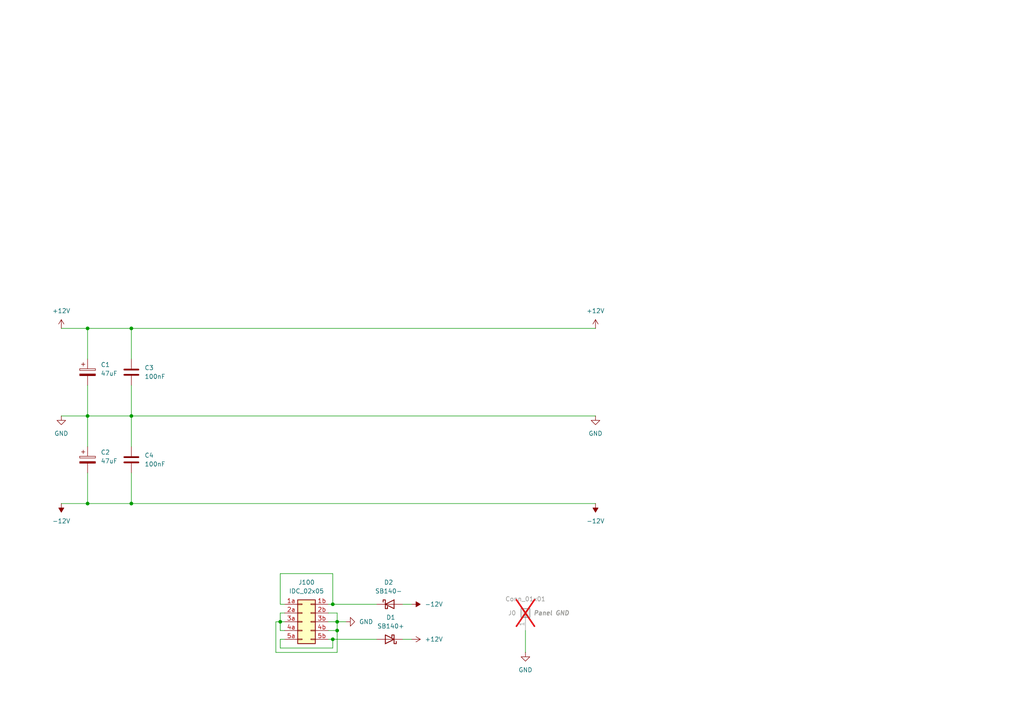
<source format=kicad_sch>
(kicad_sch (version 20250114) (generator "eeschema") (generator_version "9.0")
  (paper "A4")
  (title_block (title "Power Distribution") (company "DMH Instruments") (comment 1 "PCB for 5 cm Kosmo format synthesizer module"))
  (lib_symbols
    (symbol "Connector_Generic:Conn_01x01" (pin_names (offset 1.016) (hide yes))
      (property "Reference" "J" (at 0 2.54 0))
      (property "Value" "Conn_01x01" (at 0 -2.54 0))
      (symbol "Conn_01x01_1_1"
        (rectangle (start -1.27 1.27) (end 1.27 -1.27) (stroke (width 0.254)) (fill (type background)))
        (rectangle (start -1.27 0.127) (end 0 -0.127) (stroke (width 0.1524)))
        (pin passive line (at -5.08 0 0) (length 3.81) (name "Pin_1") (number "1"))
      )
    )
    (symbol "Device:C" (pin_numbers (hide yes)) (pin_names (offset 0.254))
      (property "Reference" "C" (at 0.635 2.54 0))
      (property "Value" "C" (at 0.635 -2.54 0))
      (symbol "C_0_1"
        (polyline (pts (xy -2.032 0.762) (xy 2.032 0.762)) (stroke (width 0.508)))
        (polyline (pts (xy -2.032 -0.762) (xy 2.032 -0.762)) (stroke (width 0.508)))
      )
      (symbol "C_1_1"
        (pin passive line (at 0 3.81 270) (length 2.794) (name "~") (number "1"))
        (pin passive line (at 0 -3.81 90) (length 2.794) (name "~") (number "2"))
      )
    )
    (symbol "Device:C_Polarized" (pin_numbers (hide yes)) (pin_names (offset 0.254))
      (property "Reference" "C" (at 0.635 2.54 0))
      (property "Value" "C_Polarized" (at 0.635 -2.54 0))
      (symbol "C_Polarized_0_1"
        (rectangle (start -2.286 0.508) (end 2.286 1.016))
        (polyline (pts (xy -1.778 2.286) (xy -0.762 2.286)))
        (polyline (pts (xy -1.27 2.794) (xy -1.27 1.778)))
        (rectangle (start 2.286 -0.508) (end -2.286 -1.016) (fill (type outline)))
      )
      (symbol "C_Polarized_1_1"
        (pin passive line (at 0 3.81 270) (length 2.794) (name "~") (number "1"))
        (pin passive line (at 0 -3.81 90) (length 2.794) (name "~") (number "2"))
      )
    )
    (symbol "SynthStuff:Eurorack_Power_Connector_10Pin" (pin_names (offset 1.016) (hide yes))
      (property "Reference" "J" (at 0 -10.922 0))
      (property "Value" "IDC_02x05" (at 0 -8.382 0))
      (symbol "Eurorack_Power_Connector_10Pin_1_1"
        (rectangle (start -2.54 6.35) (end 2.54 -6.35) (stroke (width 0.254)) (fill (type background)))
        (rectangle (start -2.54 5.207) (end -1.27 4.953) (stroke (width 0.1524)))
        (rectangle (start -2.54 2.667) (end -1.27 2.413) (stroke (width 0.1524)))
        (rectangle (start -2.54 0.127) (end -1.27 -0.127) (stroke (width 0.1524)))
        (rectangle (start -2.54 -2.413) (end -1.27 -2.667) (stroke (width 0.1524)))
        (rectangle (start -2.54 -4.953) (end -1.27 -5.207) (stroke (width 0.1524)))
        (rectangle (start 2.54 5.207) (end 1.27 4.953) (stroke (width 0.1524)))
        (rectangle (start 2.54 2.667) (end 1.27 2.413) (stroke (width 0.1524)))
        (rectangle (start 2.54 0.127) (end 1.27 -0.127) (stroke (width 0.1524)))
        (rectangle (start 2.54 -2.413) (end 1.27 -2.667) (stroke (width 0.1524)))
        (rectangle (start 2.54 -4.953) (end 1.27 -5.207) (stroke (width 0.1524)))
        (pin power_out line (at -6.35 5.08 0) (length 3.81) (name "Pin_1a") (number "1a"))
        (pin power_out line (at -6.35 2.54 0) (length 3.81) (name "Pin_2a") (number "2a"))
        (pin passive line (at -6.35 0 0) (length 3.81) (name "Pin_3a") (number "3a"))
        (pin passive line (at -6.35 -2.54 0) (length 3.81) (name "Pin_4a") (number "4a"))
        (pin power_out line (at -6.35 -5.08 0) (length 3.81) (name "Pin_5a") (number "5a"))
        (pin passive line (at 6.35 5.08 180) (length 3.81) (name "Pin_1b") (number "1b"))
        (pin passive line (at 6.35 2.54 180) (length 3.81) (name "Pin_2b") (number "2b"))
        (pin passive line (at 6.35 0 180) (length 3.81) (name "Pin_3b") (number "3b"))
        (pin passive line (at 6.35 -2.54 180) (length 3.81) (name "Pin_4b") (number "4b"))
        (pin passive line (at 6.35 -5.08 180) (length 3.81) (name "Pin_5b") (number "5b"))
      )
    )
    (symbol "SynthStuff:Power_Bus_Schotty_+" (pin_numbers (hide yes)) (pin_names (offset 1.016) (hide yes))
      (property "Reference" "D" (at 0 2.54 0))
      (property "Value" "SB140+" (at 0 -2.54 0))
      (symbol "Power_Bus_Schotty_+_0_1"
        (polyline (pts (xy -1.905 0.635) (xy -1.905 1.27) (xy -1.27 1.27) (xy -1.27 -1.27) (xy -0.635 -1.27) (xy -0.635 -0.635)) (stroke (width 0.254)))
        (polyline (pts (xy 1.27 1.27) (xy 1.27 -1.27) (xy -1.27 0) (xy 1.27 1.27)) (stroke (width 0.254)))
        (polyline (pts (xy 1.27 0) (xy -1.27 0)))
      )
      (symbol "Power_Bus_Schotty_+_1_1"
        (pin power_out line (at -3.81 0 0) (length 2.54) (name "K") (number "1"))
        (pin power_in line (at 3.81 0 180) (length 2.54) (name "A") (number "2"))
      )
    )
    (symbol "SynthStuff:Power_Bus_Schotty_-" (pin_numbers (hide yes)) (pin_names (offset 1.016) (hide yes))
      (property "Reference" "D" (at 0 2.54 0))
      (property "Value" "SB140-" (at 0 -2.54 0))
      (symbol "Power_Bus_Schotty_-_0_1"
        (polyline (pts (xy -1.905 0.635) (xy -1.905 1.27) (xy -1.27 1.27) (xy -1.27 -1.27) (xy -0.635 -1.27) (xy -0.635 -0.635)) (stroke (width 0.254)))
        (polyline (pts (xy 1.27 1.27) (xy 1.27 -1.27) (xy -1.27 0) (xy 1.27 1.27)) (stroke (width 0.254)))
        (polyline (pts (xy 1.27 0) (xy -1.27 0)))
      )
      (symbol "Power_Bus_Schotty_-_1_1"
        (pin power_in line (at -3.81 0 0) (length 2.54) (name "K") (number "1"))
        (pin power_out line (at 3.81 0 180) (length 2.54) (name "A") (number "2"))
      )
    )
    (symbol "power:+12V" (power) (pin_numbers (hide yes)) (pin_names (offset 0) (hide yes))
      (property "Value" "+12V" (at 0 3.556 0))
      (symbol "+12V_0_1"
        (polyline (pts (xy -0.762 1.27) (xy 0 2.54)))
        (polyline (pts (xy 0 2.54) (xy 0.762 1.27)))
        (polyline (pts (xy 0 0) (xy 0 2.54)))
      )
      (symbol "+12V_1_1"
        (pin power_in line (at 0 0 90) (length 0) (name "~") (number "1"))
      )
    )
    (symbol "power:-12V" (power) (pin_numbers (hide yes)) (pin_names (offset 0) (hide yes))
      (property "Value" "-12V" (at 0 3.556 0))
      (symbol "-12V_0_0"
        (pin power_in line (at 0 0 90) (length 0) (name "~") (number "1"))
      )
      (symbol "-12V_0_1"
        (polyline (pts (xy 0 0) (xy 0 1.27) (xy 0.762 1.27) (xy 0 2.54) (xy -0.762 1.27) (xy 0 1.27)) (fill (type outline)))
      )
    )
    (symbol "power:GND" (power) (pin_numbers (hide yes)) (pin_names (offset 0) (hide yes))
      (property "Value" "GND" (at 0 -3.81 0))
      (symbol "GND_0_1"
        (polyline (pts (xy 0 0) (xy 0 -1.27) (xy 1.27 -1.27) (xy 0 -2.54) (xy -1.27 -1.27) (xy 0 -1.27)))
      )
      (symbol "GND_1_1"
        (pin power_in line (at 0 0 270) (length 0) (name "~") (number "1"))
      )
    )
  )
  (junction (at 81.28 180.34))
  (junction (at 97.79 180.34))
  (junction (at 25.4 120.65))
  (junction (at 38.1 146.05))
  (junction (at 96.52 175.26))
  (junction (at 97.79 182.88))
  (junction (at 25.4 146.05))
  (junction (at 96.52 185.42))
  (junction (at 38.1 120.65))
  (junction (at 25.4 95.25))
  (junction (at 38.1 95.25))
  (wire (pts (xy 96.52 175.26) (xy 109.22 175.26)))
  (wire (pts (xy 81.28 166.37) (xy 96.52 166.37)))
  (wire (pts (xy 81.28 180.34) (xy 80.01 180.34)))
  (wire (pts (xy 95.25 185.42) (xy 96.52 185.42)))
  (wire (pts (xy 17.78 120.65) (xy 25.4 120.65)))
  (wire (pts (xy 81.28 177.8) (xy 82.55 177.8)))
  (wire (pts (xy 95.25 180.34) (xy 97.79 180.34)))
  (wire (pts (xy 97.79 189.23) (xy 97.79 182.88)))
  (wire (pts (xy 116.84 185.42) (xy 119.38 185.42)))
  (wire (pts (xy 25.4 146.05) (xy 38.1 146.05)))
  (wire (pts (xy 38.1 146.05) (xy 172.72 146.05)))
  (wire (pts (xy 82.55 182.88) (xy 81.28 182.88)))
  (wire (pts (xy 81.28 175.26) (xy 81.28 166.37)))
  (wire (pts (xy 25.4 95.25) (xy 25.4 104.14)))
  (wire (pts (xy 38.1 120.65) (xy 172.72 120.65)))
  (wire (pts (xy 96.52 166.37) (xy 96.52 175.26)))
  (wire (pts (xy 17.78 95.25) (xy 25.4 95.25)))
  (wire (pts (xy 152.4 182.88) (xy 152.4 189.23)))
  (wire (pts (xy 25.4 95.25) (xy 38.1 95.25)))
  (wire (pts (xy 81.28 182.88) (xy 81.28 180.34)))
  (wire (pts (xy 38.1 95.25) (xy 38.1 104.14)))
  (wire (pts (xy 82.55 175.26) (xy 81.28 175.26)))
  (wire (pts (xy 97.79 177.8) (xy 97.79 180.34)))
  (wire (pts (xy 25.4 111.76) (xy 25.4 120.65)))
  (wire (pts (xy 82.55 185.42) (xy 81.28 185.42)))
  (wire (pts (xy 116.84 175.26) (xy 119.38 175.26)))
  (wire (pts (xy 25.4 120.65) (xy 25.4 129.54)))
  (wire (pts (xy 81.28 185.42) (xy 81.28 187.96)))
  (wire (pts (xy 95.25 182.88) (xy 97.79 182.88)))
  (wire (pts (xy 95.25 177.8) (xy 97.79 177.8)))
  (wire (pts (xy 81.28 180.34) (xy 82.55 180.34)))
  (wire (pts (xy 38.1 137.16) (xy 38.1 146.05)))
  (wire (pts (xy 81.28 187.96) (xy 96.52 187.96)))
  (wire (pts (xy 97.79 180.34) (xy 100.33 180.34)))
  (wire (pts (xy 38.1 111.76) (xy 38.1 120.65)))
  (wire (pts (xy 80.01 189.23) (xy 97.79 189.23)))
  (wire (pts (xy 38.1 95.25) (xy 172.72 95.25)))
  (wire (pts (xy 80.01 180.34) (xy 80.01 189.23)))
  (wire (pts (xy 25.4 137.16) (xy 25.4 146.05)))
  (wire (pts (xy 96.52 187.96) (xy 96.52 185.42)))
  (wire (pts (xy 97.79 182.88) (xy 97.79 180.34)))
  (wire (pts (xy 17.78 146.05) (xy 25.4 146.05)))
  (wire (pts (xy 81.28 180.34) (xy 81.28 177.8)))
  (wire (pts (xy 95.25 175.26) (xy 96.52 175.26)))
  (wire (pts (xy 96.52 185.42) (xy 109.22 185.42)))
  (wire (pts (xy 38.1 120.65) (xy 38.1 129.54)))
  (wire (pts (xy 25.4 120.65) (xy 38.1 120.65)))
  (symbol (lib_id "Device:C") (at 38.1 107.95 0) (unit 1)
    (property "Reference" "C3" (at 41.91 106.6799 0) (effects (justify left)))
    (property "Value" "100nF" (at 41.91 109.2199 0) (effects (justify left)))
    (property "Footprint" "Capacitor_THT:C_Disc_D4.3mm_W1.9mm_P5.00mm" (effects (hide yes)))
    (property "Description" "Unpolarized capacitor" (effects (hide yes)))
  )
  (symbol (lib_id "Device:C_Polarized") (at 25.4 133.35 0) (unit 1)
    (property "Reference" "C2" (at 29.21 131.1909 0) (effects (justify left)))
    (property "Value" "47uF" (at 29.21 133.7309 0) (effects (justify left)))
    (property "Footprint" "Capacitor_THT:CP_Radial_D5.0mm_P2.00mm" (effects (hide yes)))
    (property "Description" "Polarized capacitor" (effects (hide yes)))
  )
  (symbol (lib_id "Connector_Generic:Conn_01x01") (at 152.4 177.8 90) (unit 1) (in_bom no) (dnp yes)
    (property "Reference" "J0" (at 147.32 177.8 90) (effects (justify right)))
    (property "Value" "Conn_01x01" (at 152.4 173.736 90))
    (property "Footprint" "Connector_PinHeader_2.54mm:PinHeader_1x01_P2.54mm_Vertical" (effects (hide yes)))
    (property "Description" "Generic connector, single row, 01x01, script generated (kicad-library-utils/schlib/autogen/connector/)" (effects (hide yes)))
    (property "Function" "Panel GND" (at 160.02 177.8 90) (effects (font (thickness 0.254) (bold yes) (italic yes))))
  )
  (symbol (lib_id "power:+12V") (at 17.78 95.25 0) (unit 1)
    (property "Reference" "#PWR013" (effects (hide yes)))
    (property "Value" "+12V" (at 17.78 90.17 0))
    (property "Description" "Power symbol creates a global label with name \"+12V\"" (effects (hide yes)))
  )
  (symbol (lib_id "power:-12V") (at 119.38 175.26 270) (unit 1)
    (property "Reference" "#PWR05" (effects (hide yes)))
    (property "Value" "-12V" (at 123.19 175.2599 90) (effects (justify left)))
    (property "Description" "Power symbol creates a global label with name \"-12V\"" (effects (hide yes)))
  )
  (symbol (lib_id "power:-12V") (at 17.78 146.05 180) (unit 1)
    (property "Reference" "#PWR017" (effects (hide yes)))
    (property "Value" "-12V" (at 17.78 151.13 0))
    (property "Description" "Power symbol creates a global label with name \"-12V\"" (effects (hide yes)))
  )
  (symbol (lib_id "SynthStuff:Eurorack_Power_Connector_10Pin") (at 88.9 180.34 0) (unit 1)
    (property "Reference" "J100" (at 88.9 168.91 0))
    (property "Value" "IDC_02x05" (at 88.9 171.45 0))
    (property "Footprint" "SynthStuff:IDC-Header_2x05_P2.54mm_Vertical_Eurorack" (effects (hide yes)))
    (property "Description" "IDC jack, 2x5 pins, row a carries same signals as row b." (effects (hide yes)))
  )
  (symbol (lib_id "power:GND") (at 152.4 189.23 0) (unit 1)
    (property "Reference" "#PWR08" (effects (hide yes)))
    (property "Value" "GND" (at 152.4 194.31 0))
    (property "Description" "Power symbol creates a global label with name \"GND\" , ground" (effects (hide yes)))
  )
  (symbol (lib_id "Device:C") (at 38.1 133.35 0) (unit 1)
    (property "Reference" "C4" (at 41.91 132.0799 0) (effects (justify left)))
    (property "Value" "100nF" (at 41.91 134.6199 0) (effects (justify left)))
    (property "Footprint" "Capacitor_THT:C_Disc_D4.3mm_W1.9mm_P5.00mm" (effects (hide yes)))
    (property "Description" "Unpolarized capacitor" (effects (hide yes)))
  )
  (symbol (lib_id "power:GND") (at 17.78 120.65 0) (unit 1)
    (property "Reference" "#PWR015" (effects (hide yes)))
    (property "Value" "GND" (at 17.78 125.73 0))
    (property "Description" "Power symbol creates a global label with name \"GND\" , ground" (effects (hide yes)))
  )
  (symbol (lib_id "power:+12V") (at 172.72 95.25 0) (unit 1)
    (property "Reference" "#PWR014" (effects (hide yes)))
    (property "Value" "+12V" (at 172.72 90.17 0))
    (property "Description" "Power symbol creates a global label with name \"+12V\"" (effects (hide yes)))
  )
  (symbol (lib_id "power:GND") (at 172.72 120.65 0) (unit 1)
    (property "Reference" "#PWR016" (effects (hide yes)))
    (property "Value" "GND" (at 172.72 125.73 0))
    (property "Description" "Power symbol creates a global label with name \"GND\" , ground" (effects (hide yes)))
  )
  (symbol (lib_id "SynthStuff:Power_Bus_Schotty_+") (at 113.03 185.42 180) (unit 1)
    (property "Reference" "D1" (at 113.3475 179.07 0))
    (property "Value" "SB140+" (at 113.3475 181.61 0))
    (property "Footprint" "Diode_THT:D_DO-41_SOD81_P10.16mm_Horizontal" (effects (hide yes)))
    (property "Datasheet" "http://www.diodes.com/_files/datasheets/ds23022.pdf" (effects (hide yes)))
    (property "Description" "40V 1A Schottky Barrier Rectifier Diode, DO-41" (effects (hide yes)))
  )
  (symbol (lib_id "power:+12V") (at 119.38 185.42 270) (unit 1)
    (property "Reference" "#PWR06" (effects (hide yes)))
    (property "Value" "+12V" (at 123.19 185.4199 90) (effects (justify left)))
    (property "Description" "Power symbol creates a global label with name \"+12V\"" (effects (hide yes)))
  )
  (symbol (lib_id "Device:C_Polarized") (at 25.4 107.95 0) (unit 1)
    (property "Reference" "C1" (at 29.21 105.7909 0) (effects (justify left)))
    (property "Value" "47uF" (at 29.21 108.3309 0) (effects (justify left)))
    (property "Footprint" "Capacitor_THT:CP_Radial_D5.0mm_P2.00mm" (effects (hide yes)))
    (property "Description" "Polarized capacitor" (effects (hide yes)))
  )
  (symbol (lib_id "power:-12V") (at 172.72 146.05 180) (unit 1)
    (property "Reference" "#PWR018" (effects (hide yes)))
    (property "Value" "-12V" (at 172.72 151.13 0))
    (property "Description" "Power symbol creates a global label with name \"-12V\"" (effects (hide yes)))
  )
  (symbol (lib_id "SynthStuff:Power_Bus_Schotty_-") (at 113.03 175.26 0) (unit 1)
    (property "Reference" "D2" (at 112.7125 168.91 0))
    (property "Value" "SB140-" (at 112.7125 171.45 0))
    (property "Footprint" "Diode_THT:D_DO-41_SOD81_P10.16mm_Horizontal" (effects (hide yes)))
    (property "Datasheet" "http://www.diodes.com/_files/datasheets/ds23022.pdf" (effects (hide yes)))
    (property "Description" "40V 1A Schottky Barrier Rectifier Diode, DO-41" (effects (hide yes)))
  )
  (symbol (lib_id "power:GND") (at 100.33 180.34 90) (unit 1)
    (property "Reference" "#PWR07" (effects (hide yes)))
    (property "Value" "GND" (at 104.14 180.3399 90) (effects (justify right)))
    (property "Description" "Power symbol creates a global label with name \"GND\" , ground" (effects (hide yes)))
  )
)
</source>
